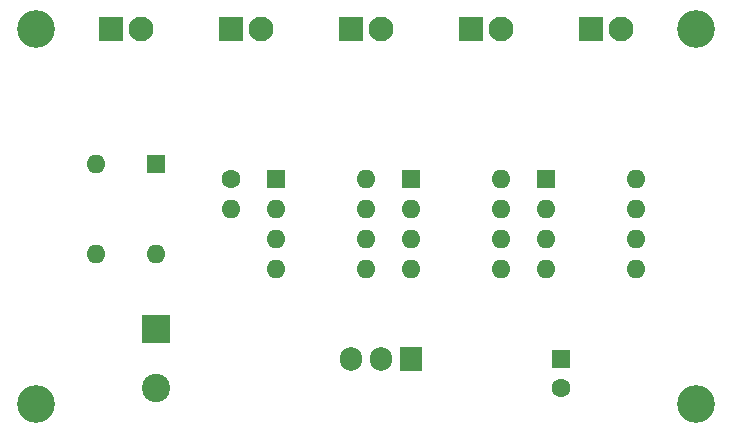
<source format=gbr>
%TF.GenerationSoftware,KiCad,Pcbnew,(5.1.12-1-10_14)*%
%TF.CreationDate,2022-01-02T10:33:00-08:00*%
%TF.ProjectId,panel-supply,70616e65-6c2d-4737-9570-706c792e6b69,1.0*%
%TF.SameCoordinates,Original*%
%TF.FileFunction,Soldermask,Bot*%
%TF.FilePolarity,Negative*%
%FSLAX46Y46*%
G04 Gerber Fmt 4.6, Leading zero omitted, Abs format (unit mm)*
G04 Created by KiCad (PCBNEW (5.1.12-1-10_14)) date 2022-01-02 10:33:00*
%MOMM*%
%LPD*%
G01*
G04 APERTURE LIST*
%ADD10C,3.200000*%
%ADD11R,1.600000X1.600000*%
%ADD12O,1.600000X1.600000*%
%ADD13C,1.600000*%
%ADD14R,2.400000X2.400000*%
%ADD15C,2.400000*%
%ADD16R,2.100000X2.100000*%
%ADD17C,2.100000*%
%ADD18R,1.905000X2.000000*%
%ADD19O,1.905000X2.000000*%
G04 APERTURE END LIST*
D10*
%TO.C,REF\u002A\u002A*%
X132080000Y-120650000D03*
%TD*%
%TO.C,REF\u002A\u002A*%
X187960000Y-120650000D03*
%TD*%
%TO.C,REF\u002A\u002A*%
X132080000Y-88900000D03*
%TD*%
%TO.C,REF\u002A\u002A*%
X187960000Y-88900000D03*
%TD*%
D11*
%TO.C,D1*%
X142240000Y-100330000D03*
D12*
X137160000Y-107950000D03*
X137160000Y-100330000D03*
X142240000Y-107950000D03*
%TD*%
D13*
%TO.C,C2*%
X176530000Y-119340000D03*
D11*
X176530000Y-116840000D03*
%TD*%
D14*
%TO.C,C1*%
X142240000Y-114300000D03*
D15*
X142240000Y-119300000D03*
%TD*%
D16*
%TO.C,J1*%
X138430000Y-88900000D03*
D17*
X140970000Y-88900000D03*
%TD*%
%TO.C,J2*%
X151130000Y-88900000D03*
D16*
X148590000Y-88900000D03*
%TD*%
%TO.C,J3*%
X158750000Y-88900000D03*
D17*
X161290000Y-88900000D03*
%TD*%
%TO.C,J4*%
X171450000Y-88900000D03*
D16*
X168910000Y-88900000D03*
%TD*%
%TO.C,J5*%
X179070000Y-88900000D03*
D17*
X181610000Y-88900000D03*
%TD*%
D13*
%TO.C,R1*%
X148590000Y-101600000D03*
D12*
X148590000Y-104140000D03*
%TD*%
D18*
%TO.C,U1*%
X163830000Y-116840000D03*
D19*
X161290000Y-116840000D03*
X158750000Y-116840000D03*
%TD*%
D11*
%TO.C,U2*%
X152400000Y-101600000D03*
D12*
X160020000Y-109220000D03*
X152400000Y-104140000D03*
X160020000Y-106680000D03*
X152400000Y-106680000D03*
X160020000Y-104140000D03*
X152400000Y-109220000D03*
X160020000Y-101600000D03*
%TD*%
%TO.C,U3*%
X171450000Y-101600000D03*
X163830000Y-109220000D03*
X171450000Y-104140000D03*
X163830000Y-106680000D03*
X171450000Y-106680000D03*
X163830000Y-104140000D03*
X171450000Y-109220000D03*
D11*
X163830000Y-101600000D03*
%TD*%
%TO.C,U4*%
X175260000Y-101600000D03*
D12*
X182880000Y-109220000D03*
X175260000Y-104140000D03*
X182880000Y-106680000D03*
X175260000Y-106680000D03*
X182880000Y-104140000D03*
X175260000Y-109220000D03*
X182880000Y-101600000D03*
%TD*%
M02*

</source>
